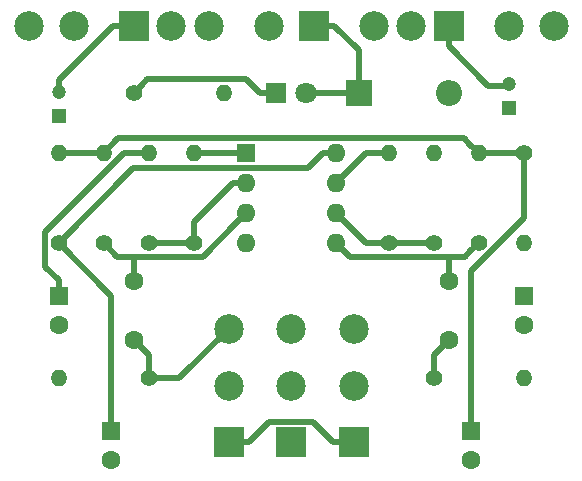
<source format=gtl>
G04 #@! TF.GenerationSoftware,KiCad,Pcbnew,5.0.2-bee76a0~70~ubuntu16.04.1*
G04 #@! TF.CreationDate,2019-03-31T19:25:15-05:00*
G04 #@! TF.ProjectId,Bloop2,426c6f6f-7032-42e6-9b69-6361645f7063,rev?*
G04 #@! TF.SameCoordinates,Original*
G04 #@! TF.FileFunction,Copper,L1,Top*
G04 #@! TF.FilePolarity,Positive*
%FSLAX46Y46*%
G04 Gerber Fmt 4.6, Leading zero omitted, Abs format (unit mm)*
G04 Created by KiCad (PCBNEW 5.0.2-bee76a0~70~ubuntu16.04.1) date Sun 31 Mar 2019 07:25:15 PM CDT*
%MOMM*%
%LPD*%
G01*
G04 APERTURE LIST*
G04 #@! TA.AperFunction,ComponentPad*
%ADD10C,2.499360*%
G04 #@! TD*
G04 #@! TA.AperFunction,ComponentPad*
%ADD11C,1.600000*%
G04 #@! TD*
G04 #@! TA.AperFunction,ComponentPad*
%ADD12R,1.600000X1.600000*%
G04 #@! TD*
G04 #@! TA.AperFunction,ComponentPad*
%ADD13R,1.800000X1.800000*%
G04 #@! TD*
G04 #@! TA.AperFunction,ComponentPad*
%ADD14C,1.800000*%
G04 #@! TD*
G04 #@! TA.AperFunction,ComponentPad*
%ADD15O,1.400000X1.400000*%
G04 #@! TD*
G04 #@! TA.AperFunction,ComponentPad*
%ADD16C,1.400000*%
G04 #@! TD*
G04 #@! TA.AperFunction,ComponentPad*
%ADD17O,1.600000X1.600000*%
G04 #@! TD*
G04 #@! TA.AperFunction,ComponentPad*
%ADD18R,2.200000X2.200000*%
G04 #@! TD*
G04 #@! TA.AperFunction,ComponentPad*
%ADD19O,2.200000X2.200000*%
G04 #@! TD*
G04 #@! TA.AperFunction,ComponentPad*
%ADD20R,2.499360X2.499360*%
G04 #@! TD*
G04 #@! TA.AperFunction,ComponentPad*
%ADD21C,2.500000*%
G04 #@! TD*
G04 #@! TA.AperFunction,ComponentPad*
%ADD22R,2.500000X2.500000*%
G04 #@! TD*
G04 #@! TA.AperFunction,ComponentPad*
%ADD23R,1.200000X1.200000*%
G04 #@! TD*
G04 #@! TA.AperFunction,ComponentPad*
%ADD24C,1.200000*%
G04 #@! TD*
G04 #@! TA.AperFunction,Conductor*
%ADD25C,0.500000*%
G04 #@! TD*
G04 APERTURE END LIST*
D10*
G04 #@! TO.P,J5,1*
G04 #@! TO.N,Net-(J5-Pad1)*
X177165000Y-86995000D03*
G04 #@! TD*
D11*
G04 #@! TO.P,C1,2*
G04 #@! TO.N,GND*
X143510000Y-123785000D03*
D12*
G04 #@! TO.P,C1,1*
G04 #@! TO.N,+9V*
X143510000Y-121285000D03*
G04 #@! TD*
G04 #@! TO.P,C2,1*
G04 #@! TO.N,VREF*
X173990000Y-121285000D03*
D11*
G04 #@! TO.P,C2,2*
G04 #@! TO.N,GND*
X173990000Y-123785000D03*
G04 #@! TD*
D13*
G04 #@! TO.P,D1,1*
G04 #@! TO.N,Net-(D1-Pad1)*
X157480000Y-92710000D03*
D14*
G04 #@! TO.P,D1,2*
G04 #@! TO.N,+9V*
X160020000Y-92710000D03*
G04 #@! TD*
D15*
G04 #@! TO.P,R1,2*
G04 #@! TO.N,VREF*
X139065000Y-97790000D03*
D16*
G04 #@! TO.P,R1,1*
G04 #@! TO.N,+9V*
X139065000Y-105410000D03*
G04 #@! TD*
D15*
G04 #@! TO.P,R2,2*
G04 #@! TO.N,GND*
X178435000Y-105410000D03*
D16*
G04 #@! TO.P,R2,1*
G04 #@! TO.N,VREF*
X178435000Y-97790000D03*
G04 #@! TD*
G04 #@! TO.P,R3,1*
G04 #@! TO.N,Net-(C3-Pad2)*
X146685000Y-116840000D03*
D15*
G04 #@! TO.P,R3,2*
G04 #@! TO.N,GND*
X139065000Y-116840000D03*
G04 #@! TD*
D16*
G04 #@! TO.P,R4,1*
G04 #@! TO.N,Net-(C4-Pad2)*
X170815000Y-116840000D03*
D15*
G04 #@! TO.P,R4,2*
G04 #@! TO.N,GND*
X178435000Y-116840000D03*
G04 #@! TD*
G04 #@! TO.P,R5,2*
G04 #@! TO.N,VREF*
X142875000Y-97790000D03*
D16*
G04 #@! TO.P,R5,1*
G04 #@! TO.N,Net-(C3-Pad1)*
X142875000Y-105410000D03*
G04 #@! TD*
D15*
G04 #@! TO.P,R6,2*
G04 #@! TO.N,VREF*
X174625000Y-97790000D03*
D16*
G04 #@! TO.P,R6,1*
G04 #@! TO.N,Net-(C4-Pad1)*
X174625000Y-105410000D03*
G04 #@! TD*
G04 #@! TO.P,R7,1*
G04 #@! TO.N,Net-(R7-Pad1)*
X146685000Y-105410000D03*
D15*
G04 #@! TO.P,R7,2*
G04 #@! TO.N,Net-(C5-Pad1)*
X146685000Y-97790000D03*
G04 #@! TD*
D16*
G04 #@! TO.P,R8,1*
G04 #@! TO.N,Net-(R10-Pad1)*
X170815000Y-105410000D03*
D15*
G04 #@! TO.P,R8,2*
G04 #@! TO.N,Net-(C6-Pad1)*
X170815000Y-97790000D03*
G04 #@! TD*
D16*
G04 #@! TO.P,R9,1*
G04 #@! TO.N,Net-(R7-Pad1)*
X150495000Y-105410000D03*
D15*
G04 #@! TO.P,R9,2*
G04 #@! TO.N,Net-(C7-Pad1)*
X150495000Y-97790000D03*
G04 #@! TD*
D12*
G04 #@! TO.P,U1,1*
G04 #@! TO.N,Net-(C7-Pad1)*
X154940000Y-97790000D03*
D17*
G04 #@! TO.P,U1,5*
G04 #@! TO.N,Net-(C4-Pad1)*
X162560000Y-105410000D03*
G04 #@! TO.P,U1,2*
G04 #@! TO.N,Net-(R7-Pad1)*
X154940000Y-100330000D03*
G04 #@! TO.P,U1,6*
G04 #@! TO.N,Net-(R10-Pad1)*
X162560000Y-102870000D03*
G04 #@! TO.P,U1,3*
G04 #@! TO.N,Net-(C3-Pad1)*
X154940000Y-102870000D03*
G04 #@! TO.P,U1,7*
G04 #@! TO.N,Net-(C8-Pad1)*
X162560000Y-100330000D03*
G04 #@! TO.P,U1,4*
G04 #@! TO.N,GND*
X154940000Y-105410000D03*
G04 #@! TO.P,U1,8*
G04 #@! TO.N,+9V*
X162560000Y-97790000D03*
G04 #@! TD*
D18*
G04 #@! TO.P,D2,1*
G04 #@! TO.N,+9V*
X164465000Y-92710000D03*
D19*
G04 #@! TO.P,D2,2*
G04 #@! TO.N,GND*
X172085000Y-92710000D03*
G04 #@! TD*
D20*
G04 #@! TO.P,J1,1*
G04 #@! TO.N,+9V*
X160655000Y-86995000D03*
D10*
G04 #@! TO.P,J1,2*
G04 #@! TO.N,GND*
X156845000Y-86995000D03*
G04 #@! TD*
G04 #@! TO.P,J3,1*
G04 #@! TO.N,Net-(C4-Pad2)*
X180975000Y-86995000D03*
G04 #@! TD*
G04 #@! TO.P,J4,1*
G04 #@! TO.N,Net-(J4-Pad1)*
X140335000Y-86995000D03*
G04 #@! TD*
G04 #@! TO.P,J2,1*
G04 #@! TO.N,Net-(J2-Pad1)*
X136525000Y-86995000D03*
G04 #@! TD*
D21*
G04 #@! TO.P,SW1,3*
G04 #@! TO.N,GND*
X158750000Y-112675000D03*
D22*
G04 #@! TO.P,SW1,1*
G04 #@! TO.N,N/C*
X158750000Y-122275000D03*
D21*
G04 #@! TO.P,SW1,2*
G04 #@! TO.N,Net-(RLED1-Pad2)*
X158750000Y-117475000D03*
G04 #@! TD*
G04 #@! TO.P,SW2,2*
G04 #@! TO.N,Net-(J2-Pad1)*
X153450000Y-117475000D03*
D22*
G04 #@! TO.P,SW2,1*
G04 #@! TO.N,BYPASS*
X153450000Y-122275000D03*
D21*
G04 #@! TO.P,SW2,3*
G04 #@! TO.N,Net-(C3-Pad2)*
X153450000Y-112675000D03*
G04 #@! TD*
G04 #@! TO.P,SW3,2*
G04 #@! TO.N,Net-(J5-Pad1)*
X164050000Y-117475000D03*
D22*
G04 #@! TO.P,SW3,1*
G04 #@! TO.N,BYPASS*
X164050000Y-122275000D03*
D21*
G04 #@! TO.P,SW3,3*
G04 #@! TO.N,Net-(RV2-Pad2)*
X164050000Y-112675000D03*
G04 #@! TD*
D20*
G04 #@! TO.P,RV1,1*
G04 #@! TO.N,Net-(C7-Pad2)*
X145415000Y-86995000D03*
D10*
G04 #@! TO.P,RV1,2*
G04 #@! TO.N,Net-(J4-Pad1)*
X148590000Y-86995000D03*
G04 #@! TO.P,RV1,3*
G04 #@! TO.N,GND*
X151765000Y-86995000D03*
G04 #@! TD*
G04 #@! TO.P,RV2,3*
G04 #@! TO.N,GND*
X165735000Y-86995000D03*
G04 #@! TO.P,RV2,2*
G04 #@! TO.N,Net-(RV2-Pad2)*
X168910000Y-86995000D03*
D20*
G04 #@! TO.P,RV2,1*
G04 #@! TO.N,Net-(C8-Pad2)*
X172085000Y-86995000D03*
G04 #@! TD*
D11*
G04 #@! TO.P,C3,2*
G04 #@! TO.N,Net-(C3-Pad2)*
X145415000Y-113585000D03*
G04 #@! TO.P,C3,1*
G04 #@! TO.N,Net-(C3-Pad1)*
X145415000Y-108585000D03*
G04 #@! TD*
G04 #@! TO.P,C4,2*
G04 #@! TO.N,Net-(C4-Pad2)*
X172085000Y-113585000D03*
G04 #@! TO.P,C4,1*
G04 #@! TO.N,Net-(C4-Pad1)*
X172085000Y-108585000D03*
G04 #@! TD*
D12*
G04 #@! TO.P,C5,1*
G04 #@! TO.N,Net-(C5-Pad1)*
X139065000Y-109855000D03*
D11*
G04 #@! TO.P,C5,2*
G04 #@! TO.N,GND*
X139065000Y-112355000D03*
G04 #@! TD*
G04 #@! TO.P,C6,2*
G04 #@! TO.N,GND*
X178435000Y-112355000D03*
D12*
G04 #@! TO.P,C6,1*
G04 #@! TO.N,Net-(C6-Pad1)*
X178435000Y-109855000D03*
G04 #@! TD*
D15*
G04 #@! TO.P,R10,2*
G04 #@! TO.N,Net-(C8-Pad1)*
X167005000Y-97790000D03*
D16*
G04 #@! TO.P,R10,1*
G04 #@! TO.N,Net-(R10-Pad1)*
X167005000Y-105410000D03*
G04 #@! TD*
G04 #@! TO.P,RLED1,1*
G04 #@! TO.N,Net-(D1-Pad1)*
X145415000Y-92710000D03*
D15*
G04 #@! TO.P,RLED1,2*
G04 #@! TO.N,Net-(RLED1-Pad2)*
X153035000Y-92710000D03*
G04 #@! TD*
D23*
G04 #@! TO.P,C7,1*
G04 #@! TO.N,Net-(C7-Pad1)*
X139065000Y-94615000D03*
D24*
G04 #@! TO.P,C7,2*
G04 #@! TO.N,Net-(C7-Pad2)*
X139065000Y-92615000D03*
G04 #@! TD*
G04 #@! TO.P,C8,2*
G04 #@! TO.N,Net-(C8-Pad2)*
X177165000Y-91980000D03*
D23*
G04 #@! TO.P,C8,1*
G04 #@! TO.N,Net-(C8-Pad1)*
X177165000Y-93980000D03*
G04 #@! TD*
D25*
G04 #@! TO.N,+9V*
X164465000Y-89055320D02*
X164465000Y-91110000D01*
X162404680Y-86995000D02*
X164465000Y-89055320D01*
X164465000Y-91110000D02*
X164465000Y-92710000D01*
X160655000Y-86995000D02*
X162404680Y-86995000D01*
X164465000Y-92710000D02*
X160020000Y-92710000D01*
X145395001Y-99079999D02*
X139065000Y-105410000D01*
X160138631Y-99079999D02*
X145395001Y-99079999D01*
X162560000Y-97790000D02*
X161428630Y-97790000D01*
X161428630Y-97790000D02*
X160138631Y-99079999D01*
X143510000Y-109855000D02*
X143510000Y-121285000D01*
X139065000Y-105410000D02*
X143510000Y-109855000D01*
G04 #@! TO.N,VREF*
X139065000Y-97790000D02*
X142875000Y-97790000D01*
X178435000Y-97790000D02*
X174625000Y-97790000D01*
X173925001Y-97090001D02*
X174625000Y-97790000D01*
X173374999Y-96539999D02*
X173925001Y-97090001D01*
X144125001Y-96539999D02*
X144780000Y-96539999D01*
X142875000Y-97790000D02*
X144125001Y-96539999D01*
X144760001Y-96539999D02*
X144780000Y-96539999D01*
X144780000Y-96539999D02*
X173374999Y-96539999D01*
X178435000Y-98779949D02*
X178435000Y-97790000D01*
X178435000Y-103302002D02*
X178435000Y-98779949D01*
X173990000Y-107747002D02*
X178435000Y-103302002D01*
X173990000Y-121285000D02*
X173990000Y-107747002D01*
G04 #@! TO.N,Net-(C3-Pad2)*
X149285000Y-116840000D02*
X146685000Y-116840000D01*
X153450000Y-112675000D02*
X149285000Y-116840000D01*
X146685000Y-114855000D02*
X145415000Y-113585000D01*
X146685000Y-116840000D02*
X146685000Y-114855000D01*
G04 #@! TO.N,Net-(C3-Pad1)*
X154140001Y-103669999D02*
X154940000Y-102870000D01*
X151249999Y-106560001D02*
X154140001Y-103669999D01*
X142875000Y-105410000D02*
X144025001Y-106560001D01*
X145415000Y-108585000D02*
X145415000Y-106560001D01*
X144025001Y-106560001D02*
X145415000Y-106560001D01*
X145415000Y-106560001D02*
X151249999Y-106560001D01*
G04 #@! TO.N,Net-(C4-Pad2)*
X170815000Y-114855000D02*
X172085000Y-113585000D01*
X170815000Y-116840000D02*
X170815000Y-114855000D01*
G04 #@! TO.N,Net-(C4-Pad1)*
X173925001Y-106109999D02*
X174625000Y-105410000D01*
X173474999Y-106560001D02*
X173925001Y-106109999D01*
X162560000Y-105410000D02*
X163710001Y-106560001D01*
X172085000Y-108585000D02*
X172085000Y-106560001D01*
X163710001Y-106560001D02*
X172085000Y-106560001D01*
X172085000Y-106560001D02*
X173474999Y-106560001D01*
G04 #@! TO.N,Net-(C5-Pad1)*
X139065000Y-108555000D02*
X139065000Y-109855000D01*
X137914999Y-107404999D02*
X139065000Y-108555000D01*
X137914999Y-104452003D02*
X137914999Y-107404999D01*
X144577002Y-97790000D02*
X137914999Y-104452003D01*
X146685000Y-97790000D02*
X144577002Y-97790000D01*
G04 #@! TO.N,Net-(D1-Pad1)*
X146114999Y-92010001D02*
X145415000Y-92710000D01*
X146565001Y-91559999D02*
X146114999Y-92010001D01*
X154929999Y-91559999D02*
X146565001Y-91559999D01*
X156080000Y-92710000D02*
X154929999Y-91559999D01*
X157480000Y-92710000D02*
X156080000Y-92710000D01*
G04 #@! TO.N,BYPASS*
X162300000Y-122275000D02*
X164050000Y-122275000D01*
X160599999Y-120574999D02*
X162300000Y-122275000D01*
X156900001Y-120574999D02*
X160599999Y-120574999D01*
X155200000Y-122275000D02*
X156900001Y-120574999D01*
X153450000Y-122275000D02*
X155200000Y-122275000D01*
G04 #@! TO.N,Net-(C7-Pad1)*
X150495000Y-97790000D02*
X154940000Y-97790000D01*
G04 #@! TO.N,Net-(C7-Pad2)*
X143680000Y-86995000D02*
X145415000Y-86995000D01*
X139065000Y-91610000D02*
X143680000Y-86995000D01*
X139065000Y-92710000D02*
X139065000Y-91610000D01*
G04 #@! TO.N,Net-(C8-Pad2)*
X172085000Y-88744680D02*
X172085000Y-86995000D01*
X175415320Y-92075000D02*
X172085000Y-88744680D01*
X177165000Y-92075000D02*
X175415320Y-92075000D01*
G04 #@! TO.N,Net-(C8-Pad1)*
X165100000Y-97790000D02*
X167005000Y-97790000D01*
X162560000Y-100330000D02*
X165100000Y-97790000D01*
G04 #@! TO.N,Net-(R7-Pad1)*
X153808630Y-100330000D02*
X150495000Y-103643630D01*
X154940000Y-100330000D02*
X153808630Y-100330000D01*
X150495000Y-105410000D02*
X146685000Y-105410000D01*
X150495000Y-105410000D02*
X150495000Y-103643630D01*
G04 #@! TO.N,Net-(R10-Pad1)*
X165100000Y-105410000D02*
X167005000Y-105410000D01*
X162560000Y-102870000D02*
X165100000Y-105410000D01*
X167005000Y-105410000D02*
X170815000Y-105410000D01*
G04 #@! TD*
M02*

</source>
